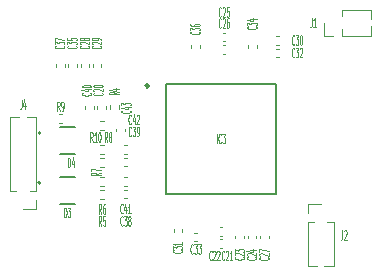
<source format=gbr>
%TF.GenerationSoftware,KiCad,Pcbnew,8.0.2-1*%
%TF.CreationDate,2024-05-16T14:53:04+09:00*%
%TF.ProjectId,eeg,6565672e-6b69-4636-9164-5f7063625858,rev?*%
%TF.SameCoordinates,Original*%
%TF.FileFunction,Legend,Top*%
%TF.FilePolarity,Positive*%
%FSLAX46Y46*%
G04 Gerber Fmt 4.6, Leading zero omitted, Abs format (unit mm)*
G04 Created by KiCad (PCBNEW 8.0.2-1) date 2024-05-16 14:53:04*
%MOMM*%
%LPD*%
G01*
G04 APERTURE LIST*
%ADD10C,0.080000*%
%ADD11C,0.120000*%
%ADD12C,0.200000*%
%ADD13C,0.250000*%
%ADD14C,0.127000*%
G04 APERTURE END LIST*
D10*
X162053333Y-107745935D02*
X162053333Y-108317363D01*
X162053333Y-108317363D02*
X162036666Y-108431649D01*
X162036666Y-108431649D02*
X162003333Y-108507840D01*
X162003333Y-108507840D02*
X161953333Y-108545935D01*
X161953333Y-108545935D02*
X161920000Y-108545935D01*
X162203333Y-107822125D02*
X162220000Y-107784030D01*
X162220000Y-107784030D02*
X162253333Y-107745935D01*
X162253333Y-107745935D02*
X162336667Y-107745935D01*
X162336667Y-107745935D02*
X162370000Y-107784030D01*
X162370000Y-107784030D02*
X162386667Y-107822125D01*
X162386667Y-107822125D02*
X162403333Y-107898316D01*
X162403333Y-107898316D02*
X162403333Y-107974506D01*
X162403333Y-107974506D02*
X162386667Y-108088792D01*
X162386667Y-108088792D02*
X162186667Y-108545935D01*
X162186667Y-108545935D02*
X162403333Y-108545935D01*
X141569744Y-92114999D02*
X141607840Y-92131666D01*
X141607840Y-92131666D02*
X141645935Y-92181666D01*
X141645935Y-92181666D02*
X141645935Y-92214999D01*
X141645935Y-92214999D02*
X141607840Y-92264999D01*
X141607840Y-92264999D02*
X141531649Y-92298333D01*
X141531649Y-92298333D02*
X141455459Y-92314999D01*
X141455459Y-92314999D02*
X141303078Y-92331666D01*
X141303078Y-92331666D02*
X141188792Y-92331666D01*
X141188792Y-92331666D02*
X141036411Y-92314999D01*
X141036411Y-92314999D02*
X140960220Y-92298333D01*
X140960220Y-92298333D02*
X140884030Y-92264999D01*
X140884030Y-92264999D02*
X140845935Y-92214999D01*
X140845935Y-92214999D02*
X140845935Y-92181666D01*
X140845935Y-92181666D02*
X140884030Y-92131666D01*
X140884030Y-92131666D02*
X140922125Y-92114999D01*
X140922125Y-91981666D02*
X140884030Y-91964999D01*
X140884030Y-91964999D02*
X140845935Y-91931666D01*
X140845935Y-91931666D02*
X140845935Y-91848333D01*
X140845935Y-91848333D02*
X140884030Y-91814999D01*
X140884030Y-91814999D02*
X140922125Y-91798333D01*
X140922125Y-91798333D02*
X140998316Y-91781666D01*
X140998316Y-91781666D02*
X141074506Y-91781666D01*
X141074506Y-91781666D02*
X141188792Y-91798333D01*
X141188792Y-91798333D02*
X141645935Y-91998333D01*
X141645935Y-91998333D02*
X141645935Y-91781666D01*
X141645935Y-91615000D02*
X141645935Y-91548333D01*
X141645935Y-91548333D02*
X141607840Y-91515000D01*
X141607840Y-91515000D02*
X141569744Y-91498333D01*
X141569744Y-91498333D02*
X141455459Y-91465000D01*
X141455459Y-91465000D02*
X141303078Y-91448333D01*
X141303078Y-91448333D02*
X140998316Y-91448333D01*
X140998316Y-91448333D02*
X140922125Y-91465000D01*
X140922125Y-91465000D02*
X140884030Y-91481666D01*
X140884030Y-91481666D02*
X140845935Y-91515000D01*
X140845935Y-91515000D02*
X140845935Y-91581666D01*
X140845935Y-91581666D02*
X140884030Y-91615000D01*
X140884030Y-91615000D02*
X140922125Y-91631666D01*
X140922125Y-91631666D02*
X140998316Y-91648333D01*
X140998316Y-91648333D02*
X141188792Y-91648333D01*
X141188792Y-91648333D02*
X141264982Y-91631666D01*
X141264982Y-91631666D02*
X141303078Y-91615000D01*
X141303078Y-91615000D02*
X141341173Y-91581666D01*
X141341173Y-91581666D02*
X141341173Y-91515000D01*
X141341173Y-91515000D02*
X141303078Y-91481666D01*
X141303078Y-91481666D02*
X141264982Y-91465000D01*
X141264982Y-91465000D02*
X141188792Y-91448333D01*
X144155000Y-98679744D02*
X144138333Y-98717840D01*
X144138333Y-98717840D02*
X144088333Y-98755935D01*
X144088333Y-98755935D02*
X144055000Y-98755935D01*
X144055000Y-98755935D02*
X144005000Y-98717840D01*
X144005000Y-98717840D02*
X143971667Y-98641649D01*
X143971667Y-98641649D02*
X143955000Y-98565459D01*
X143955000Y-98565459D02*
X143938333Y-98413078D01*
X143938333Y-98413078D02*
X143938333Y-98298792D01*
X143938333Y-98298792D02*
X143955000Y-98146411D01*
X143955000Y-98146411D02*
X143971667Y-98070220D01*
X143971667Y-98070220D02*
X144005000Y-97994030D01*
X144005000Y-97994030D02*
X144055000Y-97955935D01*
X144055000Y-97955935D02*
X144088333Y-97955935D01*
X144088333Y-97955935D02*
X144138333Y-97994030D01*
X144138333Y-97994030D02*
X144155000Y-98032125D01*
X144455000Y-98222601D02*
X144455000Y-98755935D01*
X144371667Y-97917840D02*
X144288333Y-98489268D01*
X144288333Y-98489268D02*
X144505000Y-98489268D01*
X144621666Y-98032125D02*
X144638333Y-97994030D01*
X144638333Y-97994030D02*
X144671666Y-97955935D01*
X144671666Y-97955935D02*
X144755000Y-97955935D01*
X144755000Y-97955935D02*
X144788333Y-97994030D01*
X144788333Y-97994030D02*
X144805000Y-98032125D01*
X144805000Y-98032125D02*
X144821666Y-98108316D01*
X144821666Y-98108316D02*
X144821666Y-98184506D01*
X144821666Y-98184506D02*
X144805000Y-98298792D01*
X144805000Y-98298792D02*
X144605000Y-98755935D01*
X144605000Y-98755935D02*
X144821666Y-98755935D01*
X139479744Y-92114999D02*
X139517840Y-92131666D01*
X139517840Y-92131666D02*
X139555935Y-92181666D01*
X139555935Y-92181666D02*
X139555935Y-92214999D01*
X139555935Y-92214999D02*
X139517840Y-92264999D01*
X139517840Y-92264999D02*
X139441649Y-92298333D01*
X139441649Y-92298333D02*
X139365459Y-92314999D01*
X139365459Y-92314999D02*
X139213078Y-92331666D01*
X139213078Y-92331666D02*
X139098792Y-92331666D01*
X139098792Y-92331666D02*
X138946411Y-92314999D01*
X138946411Y-92314999D02*
X138870220Y-92298333D01*
X138870220Y-92298333D02*
X138794030Y-92264999D01*
X138794030Y-92264999D02*
X138755935Y-92214999D01*
X138755935Y-92214999D02*
X138755935Y-92181666D01*
X138755935Y-92181666D02*
X138794030Y-92131666D01*
X138794030Y-92131666D02*
X138832125Y-92114999D01*
X138755935Y-91998333D02*
X138755935Y-91781666D01*
X138755935Y-91781666D02*
X139060697Y-91898333D01*
X139060697Y-91898333D02*
X139060697Y-91848333D01*
X139060697Y-91848333D02*
X139098792Y-91814999D01*
X139098792Y-91814999D02*
X139136887Y-91798333D01*
X139136887Y-91798333D02*
X139213078Y-91781666D01*
X139213078Y-91781666D02*
X139403554Y-91781666D01*
X139403554Y-91781666D02*
X139479744Y-91798333D01*
X139479744Y-91798333D02*
X139517840Y-91814999D01*
X139517840Y-91814999D02*
X139555935Y-91848333D01*
X139555935Y-91848333D02*
X139555935Y-91948333D01*
X139555935Y-91948333D02*
X139517840Y-91981666D01*
X139517840Y-91981666D02*
X139479744Y-91998333D01*
X138755935Y-91465000D02*
X138755935Y-91631666D01*
X138755935Y-91631666D02*
X139136887Y-91648333D01*
X139136887Y-91648333D02*
X139098792Y-91631666D01*
X139098792Y-91631666D02*
X139060697Y-91598333D01*
X139060697Y-91598333D02*
X139060697Y-91515000D01*
X139060697Y-91515000D02*
X139098792Y-91481666D01*
X139098792Y-91481666D02*
X139136887Y-91465000D01*
X139136887Y-91465000D02*
X139213078Y-91448333D01*
X139213078Y-91448333D02*
X139403554Y-91448333D01*
X139403554Y-91448333D02*
X139479744Y-91465000D01*
X139479744Y-91465000D02*
X139517840Y-91481666D01*
X139517840Y-91481666D02*
X139555935Y-91515000D01*
X139555935Y-91515000D02*
X139555935Y-91598333D01*
X139555935Y-91598333D02*
X139517840Y-91631666D01*
X139517840Y-91631666D02*
X139479744Y-91648333D01*
X144059744Y-97604999D02*
X144097840Y-97621666D01*
X144097840Y-97621666D02*
X144135935Y-97671666D01*
X144135935Y-97671666D02*
X144135935Y-97704999D01*
X144135935Y-97704999D02*
X144097840Y-97754999D01*
X144097840Y-97754999D02*
X144021649Y-97788333D01*
X144021649Y-97788333D02*
X143945459Y-97804999D01*
X143945459Y-97804999D02*
X143793078Y-97821666D01*
X143793078Y-97821666D02*
X143678792Y-97821666D01*
X143678792Y-97821666D02*
X143526411Y-97804999D01*
X143526411Y-97804999D02*
X143450220Y-97788333D01*
X143450220Y-97788333D02*
X143374030Y-97754999D01*
X143374030Y-97754999D02*
X143335935Y-97704999D01*
X143335935Y-97704999D02*
X143335935Y-97671666D01*
X143335935Y-97671666D02*
X143374030Y-97621666D01*
X143374030Y-97621666D02*
X143412125Y-97604999D01*
X143602601Y-97304999D02*
X144135935Y-97304999D01*
X143297840Y-97388333D02*
X143869268Y-97471666D01*
X143869268Y-97471666D02*
X143869268Y-97254999D01*
X143335935Y-97155000D02*
X143335935Y-96938333D01*
X143335935Y-96938333D02*
X143640697Y-97055000D01*
X143640697Y-97055000D02*
X143640697Y-97005000D01*
X143640697Y-97005000D02*
X143678792Y-96971666D01*
X143678792Y-96971666D02*
X143716887Y-96955000D01*
X143716887Y-96955000D02*
X143793078Y-96938333D01*
X143793078Y-96938333D02*
X143983554Y-96938333D01*
X143983554Y-96938333D02*
X144059744Y-96955000D01*
X144059744Y-96955000D02*
X144097840Y-96971666D01*
X144097840Y-96971666D02*
X144135935Y-97005000D01*
X144135935Y-97005000D02*
X144135935Y-97105000D01*
X144135935Y-97105000D02*
X144097840Y-97138333D01*
X144097840Y-97138333D02*
X144059744Y-97155000D01*
X157985000Y-91959744D02*
X157968333Y-91997840D01*
X157968333Y-91997840D02*
X157918333Y-92035935D01*
X157918333Y-92035935D02*
X157885000Y-92035935D01*
X157885000Y-92035935D02*
X157835000Y-91997840D01*
X157835000Y-91997840D02*
X157801667Y-91921649D01*
X157801667Y-91921649D02*
X157785000Y-91845459D01*
X157785000Y-91845459D02*
X157768333Y-91693078D01*
X157768333Y-91693078D02*
X157768333Y-91578792D01*
X157768333Y-91578792D02*
X157785000Y-91426411D01*
X157785000Y-91426411D02*
X157801667Y-91350220D01*
X157801667Y-91350220D02*
X157835000Y-91274030D01*
X157835000Y-91274030D02*
X157885000Y-91235935D01*
X157885000Y-91235935D02*
X157918333Y-91235935D01*
X157918333Y-91235935D02*
X157968333Y-91274030D01*
X157968333Y-91274030D02*
X157985000Y-91312125D01*
X158101667Y-91235935D02*
X158318333Y-91235935D01*
X158318333Y-91235935D02*
X158201667Y-91540697D01*
X158201667Y-91540697D02*
X158251667Y-91540697D01*
X158251667Y-91540697D02*
X158285000Y-91578792D01*
X158285000Y-91578792D02*
X158301667Y-91616887D01*
X158301667Y-91616887D02*
X158318333Y-91693078D01*
X158318333Y-91693078D02*
X158318333Y-91883554D01*
X158318333Y-91883554D02*
X158301667Y-91959744D01*
X158301667Y-91959744D02*
X158285000Y-91997840D01*
X158285000Y-91997840D02*
X158251667Y-92035935D01*
X158251667Y-92035935D02*
X158151667Y-92035935D01*
X158151667Y-92035935D02*
X158118333Y-91997840D01*
X158118333Y-91997840D02*
X158101667Y-91959744D01*
X158535000Y-91235935D02*
X158568333Y-91235935D01*
X158568333Y-91235935D02*
X158601666Y-91274030D01*
X158601666Y-91274030D02*
X158618333Y-91312125D01*
X158618333Y-91312125D02*
X158635000Y-91388316D01*
X158635000Y-91388316D02*
X158651666Y-91540697D01*
X158651666Y-91540697D02*
X158651666Y-91731173D01*
X158651666Y-91731173D02*
X158635000Y-91883554D01*
X158635000Y-91883554D02*
X158618333Y-91959744D01*
X158618333Y-91959744D02*
X158601666Y-91997840D01*
X158601666Y-91997840D02*
X158568333Y-92035935D01*
X158568333Y-92035935D02*
X158535000Y-92035935D01*
X158535000Y-92035935D02*
X158501666Y-91997840D01*
X158501666Y-91997840D02*
X158485000Y-91959744D01*
X158485000Y-91959744D02*
X158468333Y-91883554D01*
X158468333Y-91883554D02*
X158451666Y-91731173D01*
X158451666Y-91731173D02*
X158451666Y-91540697D01*
X158451666Y-91540697D02*
X158468333Y-91388316D01*
X158468333Y-91388316D02*
X158485000Y-91312125D01*
X158485000Y-91312125D02*
X158501666Y-91274030D01*
X158501666Y-91274030D02*
X158535000Y-91235935D01*
X141651667Y-106315935D02*
X141535000Y-105934982D01*
X141451667Y-106315935D02*
X141451667Y-105515935D01*
X141451667Y-105515935D02*
X141585000Y-105515935D01*
X141585000Y-105515935D02*
X141618334Y-105554030D01*
X141618334Y-105554030D02*
X141635000Y-105592125D01*
X141635000Y-105592125D02*
X141651667Y-105668316D01*
X141651667Y-105668316D02*
X141651667Y-105782601D01*
X141651667Y-105782601D02*
X141635000Y-105858792D01*
X141635000Y-105858792D02*
X141618334Y-105896887D01*
X141618334Y-105896887D02*
X141585000Y-105934982D01*
X141585000Y-105934982D02*
X141451667Y-105934982D01*
X141951667Y-105515935D02*
X141885000Y-105515935D01*
X141885000Y-105515935D02*
X141851667Y-105554030D01*
X141851667Y-105554030D02*
X141835000Y-105592125D01*
X141835000Y-105592125D02*
X141801667Y-105706411D01*
X141801667Y-105706411D02*
X141785000Y-105858792D01*
X141785000Y-105858792D02*
X141785000Y-106163554D01*
X141785000Y-106163554D02*
X141801667Y-106239744D01*
X141801667Y-106239744D02*
X141818334Y-106277840D01*
X141818334Y-106277840D02*
X141851667Y-106315935D01*
X141851667Y-106315935D02*
X141918334Y-106315935D01*
X141918334Y-106315935D02*
X141951667Y-106277840D01*
X141951667Y-106277840D02*
X141968334Y-106239744D01*
X141968334Y-106239744D02*
X141985000Y-106163554D01*
X141985000Y-106163554D02*
X141985000Y-105973078D01*
X141985000Y-105973078D02*
X141968334Y-105896887D01*
X141968334Y-105896887D02*
X141951667Y-105858792D01*
X141951667Y-105858792D02*
X141918334Y-105820697D01*
X141918334Y-105820697D02*
X141851667Y-105820697D01*
X141851667Y-105820697D02*
X141818334Y-105858792D01*
X141818334Y-105858792D02*
X141801667Y-105896887D01*
X141801667Y-105896887D02*
X141785000Y-105973078D01*
X159453333Y-89725935D02*
X159453333Y-90297363D01*
X159453333Y-90297363D02*
X159436666Y-90411649D01*
X159436666Y-90411649D02*
X159403333Y-90487840D01*
X159403333Y-90487840D02*
X159353333Y-90525935D01*
X159353333Y-90525935D02*
X159320000Y-90525935D01*
X159803333Y-90525935D02*
X159603333Y-90525935D01*
X159703333Y-90525935D02*
X159703333Y-89725935D01*
X159703333Y-89725935D02*
X159670000Y-89840220D01*
X159670000Y-89840220D02*
X159636667Y-89916411D01*
X159636667Y-89916411D02*
X159603333Y-89954506D01*
X140915000Y-100235935D02*
X140798333Y-99854982D01*
X140715000Y-100235935D02*
X140715000Y-99435935D01*
X140715000Y-99435935D02*
X140848333Y-99435935D01*
X140848333Y-99435935D02*
X140881667Y-99474030D01*
X140881667Y-99474030D02*
X140898333Y-99512125D01*
X140898333Y-99512125D02*
X140915000Y-99588316D01*
X140915000Y-99588316D02*
X140915000Y-99702601D01*
X140915000Y-99702601D02*
X140898333Y-99778792D01*
X140898333Y-99778792D02*
X140881667Y-99816887D01*
X140881667Y-99816887D02*
X140848333Y-99854982D01*
X140848333Y-99854982D02*
X140715000Y-99854982D01*
X141248333Y-100235935D02*
X141048333Y-100235935D01*
X141148333Y-100235935D02*
X141148333Y-99435935D01*
X141148333Y-99435935D02*
X141115000Y-99550220D01*
X141115000Y-99550220D02*
X141081667Y-99626411D01*
X141081667Y-99626411D02*
X141048333Y-99664506D01*
X141465000Y-99435935D02*
X141498333Y-99435935D01*
X141498333Y-99435935D02*
X141531666Y-99474030D01*
X141531666Y-99474030D02*
X141548333Y-99512125D01*
X141548333Y-99512125D02*
X141565000Y-99588316D01*
X141565000Y-99588316D02*
X141581666Y-99740697D01*
X141581666Y-99740697D02*
X141581666Y-99931173D01*
X141581666Y-99931173D02*
X141565000Y-100083554D01*
X141565000Y-100083554D02*
X141548333Y-100159744D01*
X141548333Y-100159744D02*
X141531666Y-100197840D01*
X141531666Y-100197840D02*
X141498333Y-100235935D01*
X141498333Y-100235935D02*
X141465000Y-100235935D01*
X141465000Y-100235935D02*
X141431666Y-100197840D01*
X141431666Y-100197840D02*
X141415000Y-100159744D01*
X141415000Y-100159744D02*
X141398333Y-100083554D01*
X141398333Y-100083554D02*
X141381666Y-99931173D01*
X141381666Y-99931173D02*
X141381666Y-99740697D01*
X141381666Y-99740697D02*
X141398333Y-99588316D01*
X141398333Y-99588316D02*
X141415000Y-99512125D01*
X141415000Y-99512125D02*
X141431666Y-99474030D01*
X141431666Y-99474030D02*
X141465000Y-99435935D01*
X152065000Y-110179744D02*
X152048333Y-110217840D01*
X152048333Y-110217840D02*
X151998333Y-110255935D01*
X151998333Y-110255935D02*
X151965000Y-110255935D01*
X151965000Y-110255935D02*
X151915000Y-110217840D01*
X151915000Y-110217840D02*
X151881667Y-110141649D01*
X151881667Y-110141649D02*
X151865000Y-110065459D01*
X151865000Y-110065459D02*
X151848333Y-109913078D01*
X151848333Y-109913078D02*
X151848333Y-109798792D01*
X151848333Y-109798792D02*
X151865000Y-109646411D01*
X151865000Y-109646411D02*
X151881667Y-109570220D01*
X151881667Y-109570220D02*
X151915000Y-109494030D01*
X151915000Y-109494030D02*
X151965000Y-109455935D01*
X151965000Y-109455935D02*
X151998333Y-109455935D01*
X151998333Y-109455935D02*
X152048333Y-109494030D01*
X152048333Y-109494030D02*
X152065000Y-109532125D01*
X152198333Y-109532125D02*
X152215000Y-109494030D01*
X152215000Y-109494030D02*
X152248333Y-109455935D01*
X152248333Y-109455935D02*
X152331667Y-109455935D01*
X152331667Y-109455935D02*
X152365000Y-109494030D01*
X152365000Y-109494030D02*
X152381667Y-109532125D01*
X152381667Y-109532125D02*
X152398333Y-109608316D01*
X152398333Y-109608316D02*
X152398333Y-109684506D01*
X152398333Y-109684506D02*
X152381667Y-109798792D01*
X152381667Y-109798792D02*
X152181667Y-110255935D01*
X152181667Y-110255935D02*
X152398333Y-110255935D01*
X152731666Y-110255935D02*
X152531666Y-110255935D01*
X152631666Y-110255935D02*
X152631666Y-109455935D01*
X152631666Y-109455935D02*
X152598333Y-109570220D01*
X152598333Y-109570220D02*
X152565000Y-109646411D01*
X152565000Y-109646411D02*
X152531666Y-109684506D01*
X151408333Y-100365935D02*
X151408333Y-99565935D01*
X151775000Y-100289744D02*
X151758333Y-100327840D01*
X151758333Y-100327840D02*
X151708333Y-100365935D01*
X151708333Y-100365935D02*
X151675000Y-100365935D01*
X151675000Y-100365935D02*
X151625000Y-100327840D01*
X151625000Y-100327840D02*
X151591667Y-100251649D01*
X151591667Y-100251649D02*
X151575000Y-100175459D01*
X151575000Y-100175459D02*
X151558333Y-100023078D01*
X151558333Y-100023078D02*
X151558333Y-99908792D01*
X151558333Y-99908792D02*
X151575000Y-99756411D01*
X151575000Y-99756411D02*
X151591667Y-99680220D01*
X151591667Y-99680220D02*
X151625000Y-99604030D01*
X151625000Y-99604030D02*
X151675000Y-99565935D01*
X151675000Y-99565935D02*
X151708333Y-99565935D01*
X151708333Y-99565935D02*
X151758333Y-99604030D01*
X151758333Y-99604030D02*
X151775000Y-99642125D01*
X151891667Y-99565935D02*
X152108333Y-99565935D01*
X152108333Y-99565935D02*
X151991667Y-99870697D01*
X151991667Y-99870697D02*
X152041667Y-99870697D01*
X152041667Y-99870697D02*
X152075000Y-99908792D01*
X152075000Y-99908792D02*
X152091667Y-99946887D01*
X152091667Y-99946887D02*
X152108333Y-100023078D01*
X152108333Y-100023078D02*
X152108333Y-100213554D01*
X152108333Y-100213554D02*
X152091667Y-100289744D01*
X152091667Y-100289744D02*
X152075000Y-100327840D01*
X152075000Y-100327840D02*
X152041667Y-100365935D01*
X152041667Y-100365935D02*
X151941667Y-100365935D01*
X151941667Y-100365935D02*
X151908333Y-100327840D01*
X151908333Y-100327840D02*
X151891667Y-100289744D01*
X140529744Y-92114999D02*
X140567840Y-92131666D01*
X140567840Y-92131666D02*
X140605935Y-92181666D01*
X140605935Y-92181666D02*
X140605935Y-92214999D01*
X140605935Y-92214999D02*
X140567840Y-92264999D01*
X140567840Y-92264999D02*
X140491649Y-92298333D01*
X140491649Y-92298333D02*
X140415459Y-92314999D01*
X140415459Y-92314999D02*
X140263078Y-92331666D01*
X140263078Y-92331666D02*
X140148792Y-92331666D01*
X140148792Y-92331666D02*
X139996411Y-92314999D01*
X139996411Y-92314999D02*
X139920220Y-92298333D01*
X139920220Y-92298333D02*
X139844030Y-92264999D01*
X139844030Y-92264999D02*
X139805935Y-92214999D01*
X139805935Y-92214999D02*
X139805935Y-92181666D01*
X139805935Y-92181666D02*
X139844030Y-92131666D01*
X139844030Y-92131666D02*
X139882125Y-92114999D01*
X139882125Y-91981666D02*
X139844030Y-91964999D01*
X139844030Y-91964999D02*
X139805935Y-91931666D01*
X139805935Y-91931666D02*
X139805935Y-91848333D01*
X139805935Y-91848333D02*
X139844030Y-91814999D01*
X139844030Y-91814999D02*
X139882125Y-91798333D01*
X139882125Y-91798333D02*
X139958316Y-91781666D01*
X139958316Y-91781666D02*
X140034506Y-91781666D01*
X140034506Y-91781666D02*
X140148792Y-91798333D01*
X140148792Y-91798333D02*
X140605935Y-91998333D01*
X140605935Y-91998333D02*
X140605935Y-91781666D01*
X140148792Y-91581666D02*
X140110697Y-91615000D01*
X140110697Y-91615000D02*
X140072601Y-91631666D01*
X140072601Y-91631666D02*
X139996411Y-91648333D01*
X139996411Y-91648333D02*
X139958316Y-91648333D01*
X139958316Y-91648333D02*
X139882125Y-91631666D01*
X139882125Y-91631666D02*
X139844030Y-91615000D01*
X139844030Y-91615000D02*
X139805935Y-91581666D01*
X139805935Y-91581666D02*
X139805935Y-91515000D01*
X139805935Y-91515000D02*
X139844030Y-91481666D01*
X139844030Y-91481666D02*
X139882125Y-91465000D01*
X139882125Y-91465000D02*
X139958316Y-91448333D01*
X139958316Y-91448333D02*
X139996411Y-91448333D01*
X139996411Y-91448333D02*
X140072601Y-91465000D01*
X140072601Y-91465000D02*
X140110697Y-91481666D01*
X140110697Y-91481666D02*
X140148792Y-91515000D01*
X140148792Y-91515000D02*
X140148792Y-91581666D01*
X140148792Y-91581666D02*
X140186887Y-91615000D01*
X140186887Y-91615000D02*
X140224982Y-91631666D01*
X140224982Y-91631666D02*
X140301173Y-91648333D01*
X140301173Y-91648333D02*
X140453554Y-91648333D01*
X140453554Y-91648333D02*
X140529744Y-91631666D01*
X140529744Y-91631666D02*
X140567840Y-91615000D01*
X140567840Y-91615000D02*
X140605935Y-91581666D01*
X140605935Y-91581666D02*
X140605935Y-91515000D01*
X140605935Y-91515000D02*
X140567840Y-91481666D01*
X140567840Y-91481666D02*
X140529744Y-91465000D01*
X140529744Y-91465000D02*
X140453554Y-91448333D01*
X140453554Y-91448333D02*
X140301173Y-91448333D01*
X140301173Y-91448333D02*
X140224982Y-91465000D01*
X140224982Y-91465000D02*
X140186887Y-91481666D01*
X140186887Y-91481666D02*
X140148792Y-91515000D01*
X149405000Y-109639744D02*
X149388333Y-109677840D01*
X149388333Y-109677840D02*
X149338333Y-109715935D01*
X149338333Y-109715935D02*
X149305000Y-109715935D01*
X149305000Y-109715935D02*
X149255000Y-109677840D01*
X149255000Y-109677840D02*
X149221667Y-109601649D01*
X149221667Y-109601649D02*
X149205000Y-109525459D01*
X149205000Y-109525459D02*
X149188333Y-109373078D01*
X149188333Y-109373078D02*
X149188333Y-109258792D01*
X149188333Y-109258792D02*
X149205000Y-109106411D01*
X149205000Y-109106411D02*
X149221667Y-109030220D01*
X149221667Y-109030220D02*
X149255000Y-108954030D01*
X149255000Y-108954030D02*
X149305000Y-108915935D01*
X149305000Y-108915935D02*
X149338333Y-108915935D01*
X149338333Y-108915935D02*
X149388333Y-108954030D01*
X149388333Y-108954030D02*
X149405000Y-108992125D01*
X149521667Y-108915935D02*
X149738333Y-108915935D01*
X149738333Y-108915935D02*
X149621667Y-109220697D01*
X149621667Y-109220697D02*
X149671667Y-109220697D01*
X149671667Y-109220697D02*
X149705000Y-109258792D01*
X149705000Y-109258792D02*
X149721667Y-109296887D01*
X149721667Y-109296887D02*
X149738333Y-109373078D01*
X149738333Y-109373078D02*
X149738333Y-109563554D01*
X149738333Y-109563554D02*
X149721667Y-109639744D01*
X149721667Y-109639744D02*
X149705000Y-109677840D01*
X149705000Y-109677840D02*
X149671667Y-109715935D01*
X149671667Y-109715935D02*
X149571667Y-109715935D01*
X149571667Y-109715935D02*
X149538333Y-109677840D01*
X149538333Y-109677840D02*
X149521667Y-109639744D01*
X149855000Y-108915935D02*
X150071666Y-108915935D01*
X150071666Y-108915935D02*
X149955000Y-109220697D01*
X149955000Y-109220697D02*
X150005000Y-109220697D01*
X150005000Y-109220697D02*
X150038333Y-109258792D01*
X150038333Y-109258792D02*
X150055000Y-109296887D01*
X150055000Y-109296887D02*
X150071666Y-109373078D01*
X150071666Y-109373078D02*
X150071666Y-109563554D01*
X150071666Y-109563554D02*
X150055000Y-109639744D01*
X150055000Y-109639744D02*
X150038333Y-109677840D01*
X150038333Y-109677840D02*
X150005000Y-109715935D01*
X150005000Y-109715935D02*
X149905000Y-109715935D01*
X149905000Y-109715935D02*
X149871666Y-109677840D01*
X149871666Y-109677840D02*
X149855000Y-109639744D01*
X143125935Y-96028332D02*
X142744982Y-96144999D01*
X143125935Y-96228332D02*
X142325935Y-96228332D01*
X142325935Y-96228332D02*
X142325935Y-96094999D01*
X142325935Y-96094999D02*
X142364030Y-96061666D01*
X142364030Y-96061666D02*
X142402125Y-96044999D01*
X142402125Y-96044999D02*
X142478316Y-96028332D01*
X142478316Y-96028332D02*
X142592601Y-96028332D01*
X142592601Y-96028332D02*
X142668792Y-96044999D01*
X142668792Y-96044999D02*
X142706887Y-96061666D01*
X142706887Y-96061666D02*
X142744982Y-96094999D01*
X142744982Y-96094999D02*
X142744982Y-96228332D01*
X142592601Y-95728332D02*
X143125935Y-95728332D01*
X142287840Y-95811666D02*
X142859268Y-95894999D01*
X142859268Y-95894999D02*
X142859268Y-95678332D01*
X142161667Y-100245935D02*
X142045000Y-99864982D01*
X141961667Y-100245935D02*
X141961667Y-99445935D01*
X141961667Y-99445935D02*
X142095000Y-99445935D01*
X142095000Y-99445935D02*
X142128334Y-99484030D01*
X142128334Y-99484030D02*
X142145000Y-99522125D01*
X142145000Y-99522125D02*
X142161667Y-99598316D01*
X142161667Y-99598316D02*
X142161667Y-99712601D01*
X142161667Y-99712601D02*
X142145000Y-99788792D01*
X142145000Y-99788792D02*
X142128334Y-99826887D01*
X142128334Y-99826887D02*
X142095000Y-99864982D01*
X142095000Y-99864982D02*
X141961667Y-99864982D01*
X142361667Y-99788792D02*
X142328334Y-99750697D01*
X142328334Y-99750697D02*
X142311667Y-99712601D01*
X142311667Y-99712601D02*
X142295000Y-99636411D01*
X142295000Y-99636411D02*
X142295000Y-99598316D01*
X142295000Y-99598316D02*
X142311667Y-99522125D01*
X142311667Y-99522125D02*
X142328334Y-99484030D01*
X142328334Y-99484030D02*
X142361667Y-99445935D01*
X142361667Y-99445935D02*
X142428334Y-99445935D01*
X142428334Y-99445935D02*
X142461667Y-99484030D01*
X142461667Y-99484030D02*
X142478334Y-99522125D01*
X142478334Y-99522125D02*
X142495000Y-99598316D01*
X142495000Y-99598316D02*
X142495000Y-99636411D01*
X142495000Y-99636411D02*
X142478334Y-99712601D01*
X142478334Y-99712601D02*
X142461667Y-99750697D01*
X142461667Y-99750697D02*
X142428334Y-99788792D01*
X142428334Y-99788792D02*
X142361667Y-99788792D01*
X142361667Y-99788792D02*
X142328334Y-99826887D01*
X142328334Y-99826887D02*
X142311667Y-99864982D01*
X142311667Y-99864982D02*
X142295000Y-99941173D01*
X142295000Y-99941173D02*
X142295000Y-100093554D01*
X142295000Y-100093554D02*
X142311667Y-100169744D01*
X142311667Y-100169744D02*
X142328334Y-100207840D01*
X142328334Y-100207840D02*
X142361667Y-100245935D01*
X142361667Y-100245935D02*
X142428334Y-100245935D01*
X142428334Y-100245935D02*
X142461667Y-100207840D01*
X142461667Y-100207840D02*
X142478334Y-100169744D01*
X142478334Y-100169744D02*
X142495000Y-100093554D01*
X142495000Y-100093554D02*
X142495000Y-99941173D01*
X142495000Y-99941173D02*
X142478334Y-99864982D01*
X142478334Y-99864982D02*
X142461667Y-99826887D01*
X142461667Y-99826887D02*
X142428334Y-99788792D01*
X151785000Y-89559744D02*
X151768333Y-89597840D01*
X151768333Y-89597840D02*
X151718333Y-89635935D01*
X151718333Y-89635935D02*
X151685000Y-89635935D01*
X151685000Y-89635935D02*
X151635000Y-89597840D01*
X151635000Y-89597840D02*
X151601667Y-89521649D01*
X151601667Y-89521649D02*
X151585000Y-89445459D01*
X151585000Y-89445459D02*
X151568333Y-89293078D01*
X151568333Y-89293078D02*
X151568333Y-89178792D01*
X151568333Y-89178792D02*
X151585000Y-89026411D01*
X151585000Y-89026411D02*
X151601667Y-88950220D01*
X151601667Y-88950220D02*
X151635000Y-88874030D01*
X151635000Y-88874030D02*
X151685000Y-88835935D01*
X151685000Y-88835935D02*
X151718333Y-88835935D01*
X151718333Y-88835935D02*
X151768333Y-88874030D01*
X151768333Y-88874030D02*
X151785000Y-88912125D01*
X151918333Y-88912125D02*
X151935000Y-88874030D01*
X151935000Y-88874030D02*
X151968333Y-88835935D01*
X151968333Y-88835935D02*
X152051667Y-88835935D01*
X152051667Y-88835935D02*
X152085000Y-88874030D01*
X152085000Y-88874030D02*
X152101667Y-88912125D01*
X152101667Y-88912125D02*
X152118333Y-88988316D01*
X152118333Y-88988316D02*
X152118333Y-89064506D01*
X152118333Y-89064506D02*
X152101667Y-89178792D01*
X152101667Y-89178792D02*
X151901667Y-89635935D01*
X151901667Y-89635935D02*
X152118333Y-89635935D01*
X152435000Y-88835935D02*
X152268333Y-88835935D01*
X152268333Y-88835935D02*
X152251666Y-89216887D01*
X152251666Y-89216887D02*
X152268333Y-89178792D01*
X152268333Y-89178792D02*
X152301666Y-89140697D01*
X152301666Y-89140697D02*
X152385000Y-89140697D01*
X152385000Y-89140697D02*
X152418333Y-89178792D01*
X152418333Y-89178792D02*
X152435000Y-89216887D01*
X152435000Y-89216887D02*
X152451666Y-89293078D01*
X152451666Y-89293078D02*
X152451666Y-89483554D01*
X152451666Y-89483554D02*
X152435000Y-89559744D01*
X152435000Y-89559744D02*
X152418333Y-89597840D01*
X152418333Y-89597840D02*
X152385000Y-89635935D01*
X152385000Y-89635935D02*
X152301666Y-89635935D01*
X152301666Y-89635935D02*
X152268333Y-89597840D01*
X152268333Y-89597840D02*
X152251666Y-89559744D01*
X153639744Y-109994999D02*
X153677840Y-110011666D01*
X153677840Y-110011666D02*
X153715935Y-110061666D01*
X153715935Y-110061666D02*
X153715935Y-110094999D01*
X153715935Y-110094999D02*
X153677840Y-110144999D01*
X153677840Y-110144999D02*
X153601649Y-110178333D01*
X153601649Y-110178333D02*
X153525459Y-110194999D01*
X153525459Y-110194999D02*
X153373078Y-110211666D01*
X153373078Y-110211666D02*
X153258792Y-110211666D01*
X153258792Y-110211666D02*
X153106411Y-110194999D01*
X153106411Y-110194999D02*
X153030220Y-110178333D01*
X153030220Y-110178333D02*
X152954030Y-110144999D01*
X152954030Y-110144999D02*
X152915935Y-110094999D01*
X152915935Y-110094999D02*
X152915935Y-110061666D01*
X152915935Y-110061666D02*
X152954030Y-110011666D01*
X152954030Y-110011666D02*
X152992125Y-109994999D01*
X152992125Y-109861666D02*
X152954030Y-109844999D01*
X152954030Y-109844999D02*
X152915935Y-109811666D01*
X152915935Y-109811666D02*
X152915935Y-109728333D01*
X152915935Y-109728333D02*
X152954030Y-109694999D01*
X152954030Y-109694999D02*
X152992125Y-109678333D01*
X152992125Y-109678333D02*
X153068316Y-109661666D01*
X153068316Y-109661666D02*
X153144506Y-109661666D01*
X153144506Y-109661666D02*
X153258792Y-109678333D01*
X153258792Y-109678333D02*
X153715935Y-109878333D01*
X153715935Y-109878333D02*
X153715935Y-109661666D01*
X152915935Y-109545000D02*
X152915935Y-109328333D01*
X152915935Y-109328333D02*
X153220697Y-109445000D01*
X153220697Y-109445000D02*
X153220697Y-109395000D01*
X153220697Y-109395000D02*
X153258792Y-109361666D01*
X153258792Y-109361666D02*
X153296887Y-109345000D01*
X153296887Y-109345000D02*
X153373078Y-109328333D01*
X153373078Y-109328333D02*
X153563554Y-109328333D01*
X153563554Y-109328333D02*
X153639744Y-109345000D01*
X153639744Y-109345000D02*
X153677840Y-109361666D01*
X153677840Y-109361666D02*
X153715935Y-109395000D01*
X153715935Y-109395000D02*
X153715935Y-109495000D01*
X153715935Y-109495000D02*
X153677840Y-109528333D01*
X153677840Y-109528333D02*
X153639744Y-109545000D01*
X141605935Y-102848332D02*
X141224982Y-102964999D01*
X141605935Y-103048332D02*
X140805935Y-103048332D01*
X140805935Y-103048332D02*
X140805935Y-102914999D01*
X140805935Y-102914999D02*
X140844030Y-102881666D01*
X140844030Y-102881666D02*
X140882125Y-102864999D01*
X140882125Y-102864999D02*
X140958316Y-102848332D01*
X140958316Y-102848332D02*
X141072601Y-102848332D01*
X141072601Y-102848332D02*
X141148792Y-102864999D01*
X141148792Y-102864999D02*
X141186887Y-102881666D01*
X141186887Y-102881666D02*
X141224982Y-102914999D01*
X141224982Y-102914999D02*
X141224982Y-103048332D01*
X140805935Y-102731666D02*
X140805935Y-102498332D01*
X140805935Y-102498332D02*
X141605935Y-102648332D01*
X155729744Y-110024999D02*
X155767840Y-110041666D01*
X155767840Y-110041666D02*
X155805935Y-110091666D01*
X155805935Y-110091666D02*
X155805935Y-110124999D01*
X155805935Y-110124999D02*
X155767840Y-110174999D01*
X155767840Y-110174999D02*
X155691649Y-110208333D01*
X155691649Y-110208333D02*
X155615459Y-110224999D01*
X155615459Y-110224999D02*
X155463078Y-110241666D01*
X155463078Y-110241666D02*
X155348792Y-110241666D01*
X155348792Y-110241666D02*
X155196411Y-110224999D01*
X155196411Y-110224999D02*
X155120220Y-110208333D01*
X155120220Y-110208333D02*
X155044030Y-110174999D01*
X155044030Y-110174999D02*
X155005935Y-110124999D01*
X155005935Y-110124999D02*
X155005935Y-110091666D01*
X155005935Y-110091666D02*
X155044030Y-110041666D01*
X155044030Y-110041666D02*
X155082125Y-110024999D01*
X155082125Y-109891666D02*
X155044030Y-109874999D01*
X155044030Y-109874999D02*
X155005935Y-109841666D01*
X155005935Y-109841666D02*
X155005935Y-109758333D01*
X155005935Y-109758333D02*
X155044030Y-109724999D01*
X155044030Y-109724999D02*
X155082125Y-109708333D01*
X155082125Y-109708333D02*
X155158316Y-109691666D01*
X155158316Y-109691666D02*
X155234506Y-109691666D01*
X155234506Y-109691666D02*
X155348792Y-109708333D01*
X155348792Y-109708333D02*
X155805935Y-109908333D01*
X155805935Y-109908333D02*
X155805935Y-109691666D01*
X155005935Y-109575000D02*
X155005935Y-109341666D01*
X155005935Y-109341666D02*
X155805935Y-109491666D01*
X141699744Y-96094999D02*
X141737840Y-96111666D01*
X141737840Y-96111666D02*
X141775935Y-96161666D01*
X141775935Y-96161666D02*
X141775935Y-96194999D01*
X141775935Y-96194999D02*
X141737840Y-96244999D01*
X141737840Y-96244999D02*
X141661649Y-96278333D01*
X141661649Y-96278333D02*
X141585459Y-96294999D01*
X141585459Y-96294999D02*
X141433078Y-96311666D01*
X141433078Y-96311666D02*
X141318792Y-96311666D01*
X141318792Y-96311666D02*
X141166411Y-96294999D01*
X141166411Y-96294999D02*
X141090220Y-96278333D01*
X141090220Y-96278333D02*
X141014030Y-96244999D01*
X141014030Y-96244999D02*
X140975935Y-96194999D01*
X140975935Y-96194999D02*
X140975935Y-96161666D01*
X140975935Y-96161666D02*
X141014030Y-96111666D01*
X141014030Y-96111666D02*
X141052125Y-96094999D01*
X141052125Y-95961666D02*
X141014030Y-95944999D01*
X141014030Y-95944999D02*
X140975935Y-95911666D01*
X140975935Y-95911666D02*
X140975935Y-95828333D01*
X140975935Y-95828333D02*
X141014030Y-95794999D01*
X141014030Y-95794999D02*
X141052125Y-95778333D01*
X141052125Y-95778333D02*
X141128316Y-95761666D01*
X141128316Y-95761666D02*
X141204506Y-95761666D01*
X141204506Y-95761666D02*
X141318792Y-95778333D01*
X141318792Y-95778333D02*
X141775935Y-95978333D01*
X141775935Y-95978333D02*
X141775935Y-95761666D01*
X140975935Y-95545000D02*
X140975935Y-95511666D01*
X140975935Y-95511666D02*
X141014030Y-95478333D01*
X141014030Y-95478333D02*
X141052125Y-95461666D01*
X141052125Y-95461666D02*
X141128316Y-95445000D01*
X141128316Y-95445000D02*
X141280697Y-95428333D01*
X141280697Y-95428333D02*
X141471173Y-95428333D01*
X141471173Y-95428333D02*
X141623554Y-95445000D01*
X141623554Y-95445000D02*
X141699744Y-95461666D01*
X141699744Y-95461666D02*
X141737840Y-95478333D01*
X141737840Y-95478333D02*
X141775935Y-95511666D01*
X141775935Y-95511666D02*
X141775935Y-95545000D01*
X141775935Y-95545000D02*
X141737840Y-95578333D01*
X141737840Y-95578333D02*
X141699744Y-95595000D01*
X141699744Y-95595000D02*
X141623554Y-95611666D01*
X141623554Y-95611666D02*
X141471173Y-95628333D01*
X141471173Y-95628333D02*
X141280697Y-95628333D01*
X141280697Y-95628333D02*
X141128316Y-95611666D01*
X141128316Y-95611666D02*
X141052125Y-95595000D01*
X141052125Y-95595000D02*
X141014030Y-95578333D01*
X141014030Y-95578333D02*
X140975935Y-95545000D01*
X143455000Y-106229744D02*
X143438333Y-106267840D01*
X143438333Y-106267840D02*
X143388333Y-106305935D01*
X143388333Y-106305935D02*
X143355000Y-106305935D01*
X143355000Y-106305935D02*
X143305000Y-106267840D01*
X143305000Y-106267840D02*
X143271667Y-106191649D01*
X143271667Y-106191649D02*
X143255000Y-106115459D01*
X143255000Y-106115459D02*
X143238333Y-105963078D01*
X143238333Y-105963078D02*
X143238333Y-105848792D01*
X143238333Y-105848792D02*
X143255000Y-105696411D01*
X143255000Y-105696411D02*
X143271667Y-105620220D01*
X143271667Y-105620220D02*
X143305000Y-105544030D01*
X143305000Y-105544030D02*
X143355000Y-105505935D01*
X143355000Y-105505935D02*
X143388333Y-105505935D01*
X143388333Y-105505935D02*
X143438333Y-105544030D01*
X143438333Y-105544030D02*
X143455000Y-105582125D01*
X143755000Y-105772601D02*
X143755000Y-106305935D01*
X143671667Y-105467840D02*
X143588333Y-106039268D01*
X143588333Y-106039268D02*
X143805000Y-106039268D01*
X144121666Y-106305935D02*
X143921666Y-106305935D01*
X144021666Y-106305935D02*
X144021666Y-105505935D01*
X144021666Y-105505935D02*
X143988333Y-105620220D01*
X143988333Y-105620220D02*
X143955000Y-105696411D01*
X143955000Y-105696411D02*
X143921666Y-105734506D01*
X157985000Y-93019744D02*
X157968333Y-93057840D01*
X157968333Y-93057840D02*
X157918333Y-93095935D01*
X157918333Y-93095935D02*
X157885000Y-93095935D01*
X157885000Y-93095935D02*
X157835000Y-93057840D01*
X157835000Y-93057840D02*
X157801667Y-92981649D01*
X157801667Y-92981649D02*
X157785000Y-92905459D01*
X157785000Y-92905459D02*
X157768333Y-92753078D01*
X157768333Y-92753078D02*
X157768333Y-92638792D01*
X157768333Y-92638792D02*
X157785000Y-92486411D01*
X157785000Y-92486411D02*
X157801667Y-92410220D01*
X157801667Y-92410220D02*
X157835000Y-92334030D01*
X157835000Y-92334030D02*
X157885000Y-92295935D01*
X157885000Y-92295935D02*
X157918333Y-92295935D01*
X157918333Y-92295935D02*
X157968333Y-92334030D01*
X157968333Y-92334030D02*
X157985000Y-92372125D01*
X158101667Y-92295935D02*
X158318333Y-92295935D01*
X158318333Y-92295935D02*
X158201667Y-92600697D01*
X158201667Y-92600697D02*
X158251667Y-92600697D01*
X158251667Y-92600697D02*
X158285000Y-92638792D01*
X158285000Y-92638792D02*
X158301667Y-92676887D01*
X158301667Y-92676887D02*
X158318333Y-92753078D01*
X158318333Y-92753078D02*
X158318333Y-92943554D01*
X158318333Y-92943554D02*
X158301667Y-93019744D01*
X158301667Y-93019744D02*
X158285000Y-93057840D01*
X158285000Y-93057840D02*
X158251667Y-93095935D01*
X158251667Y-93095935D02*
X158151667Y-93095935D01*
X158151667Y-93095935D02*
X158118333Y-93057840D01*
X158118333Y-93057840D02*
X158101667Y-93019744D01*
X158451666Y-92372125D02*
X158468333Y-92334030D01*
X158468333Y-92334030D02*
X158501666Y-92295935D01*
X158501666Y-92295935D02*
X158585000Y-92295935D01*
X158585000Y-92295935D02*
X158618333Y-92334030D01*
X158618333Y-92334030D02*
X158635000Y-92372125D01*
X158635000Y-92372125D02*
X158651666Y-92448316D01*
X158651666Y-92448316D02*
X158651666Y-92524506D01*
X158651666Y-92524506D02*
X158635000Y-92638792D01*
X158635000Y-92638792D02*
X158435000Y-93095935D01*
X158435000Y-93095935D02*
X158651666Y-93095935D01*
X138811667Y-102385935D02*
X138811667Y-101585935D01*
X138811667Y-101585935D02*
X138895000Y-101585935D01*
X138895000Y-101585935D02*
X138945000Y-101624030D01*
X138945000Y-101624030D02*
X138978334Y-101700220D01*
X138978334Y-101700220D02*
X138995000Y-101776411D01*
X138995000Y-101776411D02*
X139011667Y-101928792D01*
X139011667Y-101928792D02*
X139011667Y-102043078D01*
X139011667Y-102043078D02*
X138995000Y-102195459D01*
X138995000Y-102195459D02*
X138978334Y-102271649D01*
X138978334Y-102271649D02*
X138945000Y-102347840D01*
X138945000Y-102347840D02*
X138895000Y-102385935D01*
X138895000Y-102385935D02*
X138811667Y-102385935D01*
X139311667Y-101852601D02*
X139311667Y-102385935D01*
X139228334Y-101547840D02*
X139145000Y-102119268D01*
X139145000Y-102119268D02*
X139361667Y-102119268D01*
X154679744Y-110004999D02*
X154717840Y-110021666D01*
X154717840Y-110021666D02*
X154755935Y-110071666D01*
X154755935Y-110071666D02*
X154755935Y-110104999D01*
X154755935Y-110104999D02*
X154717840Y-110154999D01*
X154717840Y-110154999D02*
X154641649Y-110188333D01*
X154641649Y-110188333D02*
X154565459Y-110204999D01*
X154565459Y-110204999D02*
X154413078Y-110221666D01*
X154413078Y-110221666D02*
X154298792Y-110221666D01*
X154298792Y-110221666D02*
X154146411Y-110204999D01*
X154146411Y-110204999D02*
X154070220Y-110188333D01*
X154070220Y-110188333D02*
X153994030Y-110154999D01*
X153994030Y-110154999D02*
X153955935Y-110104999D01*
X153955935Y-110104999D02*
X153955935Y-110071666D01*
X153955935Y-110071666D02*
X153994030Y-110021666D01*
X153994030Y-110021666D02*
X154032125Y-110004999D01*
X154032125Y-109871666D02*
X153994030Y-109854999D01*
X153994030Y-109854999D02*
X153955935Y-109821666D01*
X153955935Y-109821666D02*
X153955935Y-109738333D01*
X153955935Y-109738333D02*
X153994030Y-109704999D01*
X153994030Y-109704999D02*
X154032125Y-109688333D01*
X154032125Y-109688333D02*
X154108316Y-109671666D01*
X154108316Y-109671666D02*
X154184506Y-109671666D01*
X154184506Y-109671666D02*
X154298792Y-109688333D01*
X154298792Y-109688333D02*
X154755935Y-109888333D01*
X154755935Y-109888333D02*
X154755935Y-109671666D01*
X154222601Y-109371666D02*
X154755935Y-109371666D01*
X153917840Y-109455000D02*
X154489268Y-109538333D01*
X154489268Y-109538333D02*
X154489268Y-109321666D01*
X138439744Y-92114999D02*
X138477840Y-92131666D01*
X138477840Y-92131666D02*
X138515935Y-92181666D01*
X138515935Y-92181666D02*
X138515935Y-92214999D01*
X138515935Y-92214999D02*
X138477840Y-92264999D01*
X138477840Y-92264999D02*
X138401649Y-92298333D01*
X138401649Y-92298333D02*
X138325459Y-92314999D01*
X138325459Y-92314999D02*
X138173078Y-92331666D01*
X138173078Y-92331666D02*
X138058792Y-92331666D01*
X138058792Y-92331666D02*
X137906411Y-92314999D01*
X137906411Y-92314999D02*
X137830220Y-92298333D01*
X137830220Y-92298333D02*
X137754030Y-92264999D01*
X137754030Y-92264999D02*
X137715935Y-92214999D01*
X137715935Y-92214999D02*
X137715935Y-92181666D01*
X137715935Y-92181666D02*
X137754030Y-92131666D01*
X137754030Y-92131666D02*
X137792125Y-92114999D01*
X137715935Y-91998333D02*
X137715935Y-91781666D01*
X137715935Y-91781666D02*
X138020697Y-91898333D01*
X138020697Y-91898333D02*
X138020697Y-91848333D01*
X138020697Y-91848333D02*
X138058792Y-91814999D01*
X138058792Y-91814999D02*
X138096887Y-91798333D01*
X138096887Y-91798333D02*
X138173078Y-91781666D01*
X138173078Y-91781666D02*
X138363554Y-91781666D01*
X138363554Y-91781666D02*
X138439744Y-91798333D01*
X138439744Y-91798333D02*
X138477840Y-91814999D01*
X138477840Y-91814999D02*
X138515935Y-91848333D01*
X138515935Y-91848333D02*
X138515935Y-91948333D01*
X138515935Y-91948333D02*
X138477840Y-91981666D01*
X138477840Y-91981666D02*
X138439744Y-91998333D01*
X137715935Y-91665000D02*
X137715935Y-91431666D01*
X137715935Y-91431666D02*
X138515935Y-91581666D01*
X144175000Y-99699744D02*
X144158333Y-99737840D01*
X144158333Y-99737840D02*
X144108333Y-99775935D01*
X144108333Y-99775935D02*
X144075000Y-99775935D01*
X144075000Y-99775935D02*
X144025000Y-99737840D01*
X144025000Y-99737840D02*
X143991667Y-99661649D01*
X143991667Y-99661649D02*
X143975000Y-99585459D01*
X143975000Y-99585459D02*
X143958333Y-99433078D01*
X143958333Y-99433078D02*
X143958333Y-99318792D01*
X143958333Y-99318792D02*
X143975000Y-99166411D01*
X143975000Y-99166411D02*
X143991667Y-99090220D01*
X143991667Y-99090220D02*
X144025000Y-99014030D01*
X144025000Y-99014030D02*
X144075000Y-98975935D01*
X144075000Y-98975935D02*
X144108333Y-98975935D01*
X144108333Y-98975935D02*
X144158333Y-99014030D01*
X144158333Y-99014030D02*
X144175000Y-99052125D01*
X144291667Y-98975935D02*
X144508333Y-98975935D01*
X144508333Y-98975935D02*
X144391667Y-99280697D01*
X144391667Y-99280697D02*
X144441667Y-99280697D01*
X144441667Y-99280697D02*
X144475000Y-99318792D01*
X144475000Y-99318792D02*
X144491667Y-99356887D01*
X144491667Y-99356887D02*
X144508333Y-99433078D01*
X144508333Y-99433078D02*
X144508333Y-99623554D01*
X144508333Y-99623554D02*
X144491667Y-99699744D01*
X144491667Y-99699744D02*
X144475000Y-99737840D01*
X144475000Y-99737840D02*
X144441667Y-99775935D01*
X144441667Y-99775935D02*
X144341667Y-99775935D01*
X144341667Y-99775935D02*
X144308333Y-99737840D01*
X144308333Y-99737840D02*
X144291667Y-99699744D01*
X144675000Y-99775935D02*
X144741666Y-99775935D01*
X144741666Y-99775935D02*
X144775000Y-99737840D01*
X144775000Y-99737840D02*
X144791666Y-99699744D01*
X144791666Y-99699744D02*
X144825000Y-99585459D01*
X144825000Y-99585459D02*
X144841666Y-99433078D01*
X144841666Y-99433078D02*
X144841666Y-99128316D01*
X144841666Y-99128316D02*
X144825000Y-99052125D01*
X144825000Y-99052125D02*
X144808333Y-99014030D01*
X144808333Y-99014030D02*
X144775000Y-98975935D01*
X144775000Y-98975935D02*
X144708333Y-98975935D01*
X144708333Y-98975935D02*
X144675000Y-99014030D01*
X144675000Y-99014030D02*
X144658333Y-99052125D01*
X144658333Y-99052125D02*
X144641666Y-99128316D01*
X144641666Y-99128316D02*
X144641666Y-99318792D01*
X144641666Y-99318792D02*
X144658333Y-99394982D01*
X144658333Y-99394982D02*
X144675000Y-99433078D01*
X144675000Y-99433078D02*
X144708333Y-99471173D01*
X144708333Y-99471173D02*
X144775000Y-99471173D01*
X144775000Y-99471173D02*
X144808333Y-99433078D01*
X144808333Y-99433078D02*
X144825000Y-99394982D01*
X144825000Y-99394982D02*
X144841666Y-99318792D01*
X140719744Y-96104999D02*
X140757840Y-96121666D01*
X140757840Y-96121666D02*
X140795935Y-96171666D01*
X140795935Y-96171666D02*
X140795935Y-96204999D01*
X140795935Y-96204999D02*
X140757840Y-96254999D01*
X140757840Y-96254999D02*
X140681649Y-96288333D01*
X140681649Y-96288333D02*
X140605459Y-96304999D01*
X140605459Y-96304999D02*
X140453078Y-96321666D01*
X140453078Y-96321666D02*
X140338792Y-96321666D01*
X140338792Y-96321666D02*
X140186411Y-96304999D01*
X140186411Y-96304999D02*
X140110220Y-96288333D01*
X140110220Y-96288333D02*
X140034030Y-96254999D01*
X140034030Y-96254999D02*
X139995935Y-96204999D01*
X139995935Y-96204999D02*
X139995935Y-96171666D01*
X139995935Y-96171666D02*
X140034030Y-96121666D01*
X140034030Y-96121666D02*
X140072125Y-96104999D01*
X140262601Y-95804999D02*
X140795935Y-95804999D01*
X139957840Y-95888333D02*
X140529268Y-95971666D01*
X140529268Y-95971666D02*
X140529268Y-95754999D01*
X139995935Y-95555000D02*
X139995935Y-95521666D01*
X139995935Y-95521666D02*
X140034030Y-95488333D01*
X140034030Y-95488333D02*
X140072125Y-95471666D01*
X140072125Y-95471666D02*
X140148316Y-95455000D01*
X140148316Y-95455000D02*
X140300697Y-95438333D01*
X140300697Y-95438333D02*
X140491173Y-95438333D01*
X140491173Y-95438333D02*
X140643554Y-95455000D01*
X140643554Y-95455000D02*
X140719744Y-95471666D01*
X140719744Y-95471666D02*
X140757840Y-95488333D01*
X140757840Y-95488333D02*
X140795935Y-95521666D01*
X140795935Y-95521666D02*
X140795935Y-95555000D01*
X140795935Y-95555000D02*
X140757840Y-95588333D01*
X140757840Y-95588333D02*
X140719744Y-95605000D01*
X140719744Y-95605000D02*
X140643554Y-95621666D01*
X140643554Y-95621666D02*
X140491173Y-95638333D01*
X140491173Y-95638333D02*
X140300697Y-95638333D01*
X140300697Y-95638333D02*
X140148316Y-95621666D01*
X140148316Y-95621666D02*
X140072125Y-95605000D01*
X140072125Y-95605000D02*
X140034030Y-95588333D01*
X140034030Y-95588333D02*
X139995935Y-95555000D01*
X151785000Y-90489744D02*
X151768333Y-90527840D01*
X151768333Y-90527840D02*
X151718333Y-90565935D01*
X151718333Y-90565935D02*
X151685000Y-90565935D01*
X151685000Y-90565935D02*
X151635000Y-90527840D01*
X151635000Y-90527840D02*
X151601667Y-90451649D01*
X151601667Y-90451649D02*
X151585000Y-90375459D01*
X151585000Y-90375459D02*
X151568333Y-90223078D01*
X151568333Y-90223078D02*
X151568333Y-90108792D01*
X151568333Y-90108792D02*
X151585000Y-89956411D01*
X151585000Y-89956411D02*
X151601667Y-89880220D01*
X151601667Y-89880220D02*
X151635000Y-89804030D01*
X151635000Y-89804030D02*
X151685000Y-89765935D01*
X151685000Y-89765935D02*
X151718333Y-89765935D01*
X151718333Y-89765935D02*
X151768333Y-89804030D01*
X151768333Y-89804030D02*
X151785000Y-89842125D01*
X151918333Y-89842125D02*
X151935000Y-89804030D01*
X151935000Y-89804030D02*
X151968333Y-89765935D01*
X151968333Y-89765935D02*
X152051667Y-89765935D01*
X152051667Y-89765935D02*
X152085000Y-89804030D01*
X152085000Y-89804030D02*
X152101667Y-89842125D01*
X152101667Y-89842125D02*
X152118333Y-89918316D01*
X152118333Y-89918316D02*
X152118333Y-89994506D01*
X152118333Y-89994506D02*
X152101667Y-90108792D01*
X152101667Y-90108792D02*
X151901667Y-90565935D01*
X151901667Y-90565935D02*
X152118333Y-90565935D01*
X152418333Y-89765935D02*
X152351666Y-89765935D01*
X152351666Y-89765935D02*
X152318333Y-89804030D01*
X152318333Y-89804030D02*
X152301666Y-89842125D01*
X152301666Y-89842125D02*
X152268333Y-89956411D01*
X152268333Y-89956411D02*
X152251666Y-90108792D01*
X152251666Y-90108792D02*
X152251666Y-90413554D01*
X152251666Y-90413554D02*
X152268333Y-90489744D01*
X152268333Y-90489744D02*
X152285000Y-90527840D01*
X152285000Y-90527840D02*
X152318333Y-90565935D01*
X152318333Y-90565935D02*
X152385000Y-90565935D01*
X152385000Y-90565935D02*
X152418333Y-90527840D01*
X152418333Y-90527840D02*
X152435000Y-90489744D01*
X152435000Y-90489744D02*
X152451666Y-90413554D01*
X152451666Y-90413554D02*
X152451666Y-90223078D01*
X152451666Y-90223078D02*
X152435000Y-90146887D01*
X152435000Y-90146887D02*
X152418333Y-90108792D01*
X152418333Y-90108792D02*
X152385000Y-90070697D01*
X152385000Y-90070697D02*
X152318333Y-90070697D01*
X152318333Y-90070697D02*
X152285000Y-90108792D01*
X152285000Y-90108792D02*
X152268333Y-90146887D01*
X152268333Y-90146887D02*
X152251666Y-90223078D01*
X138111667Y-97625935D02*
X137995000Y-97244982D01*
X137911667Y-97625935D02*
X137911667Y-96825935D01*
X137911667Y-96825935D02*
X138045000Y-96825935D01*
X138045000Y-96825935D02*
X138078334Y-96864030D01*
X138078334Y-96864030D02*
X138095000Y-96902125D01*
X138095000Y-96902125D02*
X138111667Y-96978316D01*
X138111667Y-96978316D02*
X138111667Y-97092601D01*
X138111667Y-97092601D02*
X138095000Y-97168792D01*
X138095000Y-97168792D02*
X138078334Y-97206887D01*
X138078334Y-97206887D02*
X138045000Y-97244982D01*
X138045000Y-97244982D02*
X137911667Y-97244982D01*
X138278334Y-97625935D02*
X138345000Y-97625935D01*
X138345000Y-97625935D02*
X138378334Y-97587840D01*
X138378334Y-97587840D02*
X138395000Y-97549744D01*
X138395000Y-97549744D02*
X138428334Y-97435459D01*
X138428334Y-97435459D02*
X138445000Y-97283078D01*
X138445000Y-97283078D02*
X138445000Y-96978316D01*
X138445000Y-96978316D02*
X138428334Y-96902125D01*
X138428334Y-96902125D02*
X138411667Y-96864030D01*
X138411667Y-96864030D02*
X138378334Y-96825935D01*
X138378334Y-96825935D02*
X138311667Y-96825935D01*
X138311667Y-96825935D02*
X138278334Y-96864030D01*
X138278334Y-96864030D02*
X138261667Y-96902125D01*
X138261667Y-96902125D02*
X138245000Y-96978316D01*
X138245000Y-96978316D02*
X138245000Y-97168792D01*
X138245000Y-97168792D02*
X138261667Y-97244982D01*
X138261667Y-97244982D02*
X138278334Y-97283078D01*
X138278334Y-97283078D02*
X138311667Y-97321173D01*
X138311667Y-97321173D02*
X138378334Y-97321173D01*
X138378334Y-97321173D02*
X138411667Y-97283078D01*
X138411667Y-97283078D02*
X138428334Y-97244982D01*
X138428334Y-97244982D02*
X138445000Y-97168792D01*
X150985000Y-110179744D02*
X150968333Y-110217840D01*
X150968333Y-110217840D02*
X150918333Y-110255935D01*
X150918333Y-110255935D02*
X150885000Y-110255935D01*
X150885000Y-110255935D02*
X150835000Y-110217840D01*
X150835000Y-110217840D02*
X150801667Y-110141649D01*
X150801667Y-110141649D02*
X150785000Y-110065459D01*
X150785000Y-110065459D02*
X150768333Y-109913078D01*
X150768333Y-109913078D02*
X150768333Y-109798792D01*
X150768333Y-109798792D02*
X150785000Y-109646411D01*
X150785000Y-109646411D02*
X150801667Y-109570220D01*
X150801667Y-109570220D02*
X150835000Y-109494030D01*
X150835000Y-109494030D02*
X150885000Y-109455935D01*
X150885000Y-109455935D02*
X150918333Y-109455935D01*
X150918333Y-109455935D02*
X150968333Y-109494030D01*
X150968333Y-109494030D02*
X150985000Y-109532125D01*
X151118333Y-109532125D02*
X151135000Y-109494030D01*
X151135000Y-109494030D02*
X151168333Y-109455935D01*
X151168333Y-109455935D02*
X151251667Y-109455935D01*
X151251667Y-109455935D02*
X151285000Y-109494030D01*
X151285000Y-109494030D02*
X151301667Y-109532125D01*
X151301667Y-109532125D02*
X151318333Y-109608316D01*
X151318333Y-109608316D02*
X151318333Y-109684506D01*
X151318333Y-109684506D02*
X151301667Y-109798792D01*
X151301667Y-109798792D02*
X151101667Y-110255935D01*
X151101667Y-110255935D02*
X151318333Y-110255935D01*
X151451666Y-109532125D02*
X151468333Y-109494030D01*
X151468333Y-109494030D02*
X151501666Y-109455935D01*
X151501666Y-109455935D02*
X151585000Y-109455935D01*
X151585000Y-109455935D02*
X151618333Y-109494030D01*
X151618333Y-109494030D02*
X151635000Y-109532125D01*
X151635000Y-109532125D02*
X151651666Y-109608316D01*
X151651666Y-109608316D02*
X151651666Y-109684506D01*
X151651666Y-109684506D02*
X151635000Y-109798792D01*
X151635000Y-109798792D02*
X151435000Y-110255935D01*
X151435000Y-110255935D02*
X151651666Y-110255935D01*
X143455000Y-107249744D02*
X143438333Y-107287840D01*
X143438333Y-107287840D02*
X143388333Y-107325935D01*
X143388333Y-107325935D02*
X143355000Y-107325935D01*
X143355000Y-107325935D02*
X143305000Y-107287840D01*
X143305000Y-107287840D02*
X143271667Y-107211649D01*
X143271667Y-107211649D02*
X143255000Y-107135459D01*
X143255000Y-107135459D02*
X143238333Y-106983078D01*
X143238333Y-106983078D02*
X143238333Y-106868792D01*
X143238333Y-106868792D02*
X143255000Y-106716411D01*
X143255000Y-106716411D02*
X143271667Y-106640220D01*
X143271667Y-106640220D02*
X143305000Y-106564030D01*
X143305000Y-106564030D02*
X143355000Y-106525935D01*
X143355000Y-106525935D02*
X143388333Y-106525935D01*
X143388333Y-106525935D02*
X143438333Y-106564030D01*
X143438333Y-106564030D02*
X143455000Y-106602125D01*
X143571667Y-106525935D02*
X143788333Y-106525935D01*
X143788333Y-106525935D02*
X143671667Y-106830697D01*
X143671667Y-106830697D02*
X143721667Y-106830697D01*
X143721667Y-106830697D02*
X143755000Y-106868792D01*
X143755000Y-106868792D02*
X143771667Y-106906887D01*
X143771667Y-106906887D02*
X143788333Y-106983078D01*
X143788333Y-106983078D02*
X143788333Y-107173554D01*
X143788333Y-107173554D02*
X143771667Y-107249744D01*
X143771667Y-107249744D02*
X143755000Y-107287840D01*
X143755000Y-107287840D02*
X143721667Y-107325935D01*
X143721667Y-107325935D02*
X143621667Y-107325935D01*
X143621667Y-107325935D02*
X143588333Y-107287840D01*
X143588333Y-107287840D02*
X143571667Y-107249744D01*
X143988333Y-106868792D02*
X143955000Y-106830697D01*
X143955000Y-106830697D02*
X143938333Y-106792601D01*
X143938333Y-106792601D02*
X143921666Y-106716411D01*
X143921666Y-106716411D02*
X143921666Y-106678316D01*
X143921666Y-106678316D02*
X143938333Y-106602125D01*
X143938333Y-106602125D02*
X143955000Y-106564030D01*
X143955000Y-106564030D02*
X143988333Y-106525935D01*
X143988333Y-106525935D02*
X144055000Y-106525935D01*
X144055000Y-106525935D02*
X144088333Y-106564030D01*
X144088333Y-106564030D02*
X144105000Y-106602125D01*
X144105000Y-106602125D02*
X144121666Y-106678316D01*
X144121666Y-106678316D02*
X144121666Y-106716411D01*
X144121666Y-106716411D02*
X144105000Y-106792601D01*
X144105000Y-106792601D02*
X144088333Y-106830697D01*
X144088333Y-106830697D02*
X144055000Y-106868792D01*
X144055000Y-106868792D02*
X143988333Y-106868792D01*
X143988333Y-106868792D02*
X143955000Y-106906887D01*
X143955000Y-106906887D02*
X143938333Y-106944982D01*
X143938333Y-106944982D02*
X143921666Y-107021173D01*
X143921666Y-107021173D02*
X143921666Y-107173554D01*
X143921666Y-107173554D02*
X143938333Y-107249744D01*
X143938333Y-107249744D02*
X143955000Y-107287840D01*
X143955000Y-107287840D02*
X143988333Y-107325935D01*
X143988333Y-107325935D02*
X144055000Y-107325935D01*
X144055000Y-107325935D02*
X144088333Y-107287840D01*
X144088333Y-107287840D02*
X144105000Y-107249744D01*
X144105000Y-107249744D02*
X144121666Y-107173554D01*
X144121666Y-107173554D02*
X144121666Y-107021173D01*
X144121666Y-107021173D02*
X144105000Y-106944982D01*
X144105000Y-106944982D02*
X144088333Y-106906887D01*
X144088333Y-106906887D02*
X144055000Y-106868792D01*
X138491667Y-106605935D02*
X138491667Y-105805935D01*
X138491667Y-105805935D02*
X138575000Y-105805935D01*
X138575000Y-105805935D02*
X138625000Y-105844030D01*
X138625000Y-105844030D02*
X138658334Y-105920220D01*
X138658334Y-105920220D02*
X138675000Y-105996411D01*
X138675000Y-105996411D02*
X138691667Y-106148792D01*
X138691667Y-106148792D02*
X138691667Y-106263078D01*
X138691667Y-106263078D02*
X138675000Y-106415459D01*
X138675000Y-106415459D02*
X138658334Y-106491649D01*
X138658334Y-106491649D02*
X138625000Y-106567840D01*
X138625000Y-106567840D02*
X138575000Y-106605935D01*
X138575000Y-106605935D02*
X138491667Y-106605935D01*
X138808334Y-105805935D02*
X139025000Y-105805935D01*
X139025000Y-105805935D02*
X138908334Y-106110697D01*
X138908334Y-106110697D02*
X138958334Y-106110697D01*
X138958334Y-106110697D02*
X138991667Y-106148792D01*
X138991667Y-106148792D02*
X139008334Y-106186887D01*
X139008334Y-106186887D02*
X139025000Y-106263078D01*
X139025000Y-106263078D02*
X139025000Y-106453554D01*
X139025000Y-106453554D02*
X139008334Y-106529744D01*
X139008334Y-106529744D02*
X138991667Y-106567840D01*
X138991667Y-106567840D02*
X138958334Y-106605935D01*
X138958334Y-106605935D02*
X138858334Y-106605935D01*
X138858334Y-106605935D02*
X138825000Y-106567840D01*
X138825000Y-106567840D02*
X138808334Y-106529744D01*
X148409744Y-109414999D02*
X148447840Y-109431666D01*
X148447840Y-109431666D02*
X148485935Y-109481666D01*
X148485935Y-109481666D02*
X148485935Y-109514999D01*
X148485935Y-109514999D02*
X148447840Y-109564999D01*
X148447840Y-109564999D02*
X148371649Y-109598333D01*
X148371649Y-109598333D02*
X148295459Y-109614999D01*
X148295459Y-109614999D02*
X148143078Y-109631666D01*
X148143078Y-109631666D02*
X148028792Y-109631666D01*
X148028792Y-109631666D02*
X147876411Y-109614999D01*
X147876411Y-109614999D02*
X147800220Y-109598333D01*
X147800220Y-109598333D02*
X147724030Y-109564999D01*
X147724030Y-109564999D02*
X147685935Y-109514999D01*
X147685935Y-109514999D02*
X147685935Y-109481666D01*
X147685935Y-109481666D02*
X147724030Y-109431666D01*
X147724030Y-109431666D02*
X147762125Y-109414999D01*
X147685935Y-109298333D02*
X147685935Y-109081666D01*
X147685935Y-109081666D02*
X147990697Y-109198333D01*
X147990697Y-109198333D02*
X147990697Y-109148333D01*
X147990697Y-109148333D02*
X148028792Y-109114999D01*
X148028792Y-109114999D02*
X148066887Y-109098333D01*
X148066887Y-109098333D02*
X148143078Y-109081666D01*
X148143078Y-109081666D02*
X148333554Y-109081666D01*
X148333554Y-109081666D02*
X148409744Y-109098333D01*
X148409744Y-109098333D02*
X148447840Y-109114999D01*
X148447840Y-109114999D02*
X148485935Y-109148333D01*
X148485935Y-109148333D02*
X148485935Y-109248333D01*
X148485935Y-109248333D02*
X148447840Y-109281666D01*
X148447840Y-109281666D02*
X148409744Y-109298333D01*
X148485935Y-108748333D02*
X148485935Y-108948333D01*
X148485935Y-108848333D02*
X147685935Y-108848333D01*
X147685935Y-108848333D02*
X147800220Y-108881666D01*
X147800220Y-108881666D02*
X147876411Y-108915000D01*
X147876411Y-108915000D02*
X147914506Y-108948333D01*
X154709744Y-90474999D02*
X154747840Y-90491666D01*
X154747840Y-90491666D02*
X154785935Y-90541666D01*
X154785935Y-90541666D02*
X154785935Y-90574999D01*
X154785935Y-90574999D02*
X154747840Y-90624999D01*
X154747840Y-90624999D02*
X154671649Y-90658333D01*
X154671649Y-90658333D02*
X154595459Y-90674999D01*
X154595459Y-90674999D02*
X154443078Y-90691666D01*
X154443078Y-90691666D02*
X154328792Y-90691666D01*
X154328792Y-90691666D02*
X154176411Y-90674999D01*
X154176411Y-90674999D02*
X154100220Y-90658333D01*
X154100220Y-90658333D02*
X154024030Y-90624999D01*
X154024030Y-90624999D02*
X153985935Y-90574999D01*
X153985935Y-90574999D02*
X153985935Y-90541666D01*
X153985935Y-90541666D02*
X154024030Y-90491666D01*
X154024030Y-90491666D02*
X154062125Y-90474999D01*
X153985935Y-90358333D02*
X153985935Y-90141666D01*
X153985935Y-90141666D02*
X154290697Y-90258333D01*
X154290697Y-90258333D02*
X154290697Y-90208333D01*
X154290697Y-90208333D02*
X154328792Y-90174999D01*
X154328792Y-90174999D02*
X154366887Y-90158333D01*
X154366887Y-90158333D02*
X154443078Y-90141666D01*
X154443078Y-90141666D02*
X154633554Y-90141666D01*
X154633554Y-90141666D02*
X154709744Y-90158333D01*
X154709744Y-90158333D02*
X154747840Y-90174999D01*
X154747840Y-90174999D02*
X154785935Y-90208333D01*
X154785935Y-90208333D02*
X154785935Y-90308333D01*
X154785935Y-90308333D02*
X154747840Y-90341666D01*
X154747840Y-90341666D02*
X154709744Y-90358333D01*
X154252601Y-89841666D02*
X154785935Y-89841666D01*
X153947840Y-89925000D02*
X154519268Y-90008333D01*
X154519268Y-90008333D02*
X154519268Y-89791666D01*
X134893333Y-96685935D02*
X134893333Y-97257363D01*
X134893333Y-97257363D02*
X134876666Y-97371649D01*
X134876666Y-97371649D02*
X134843333Y-97447840D01*
X134843333Y-97447840D02*
X134793333Y-97485935D01*
X134793333Y-97485935D02*
X134760000Y-97485935D01*
X135210000Y-96952601D02*
X135210000Y-97485935D01*
X135126667Y-96647840D02*
X135043333Y-97219268D01*
X135043333Y-97219268D02*
X135260000Y-97219268D01*
X141651667Y-107325935D02*
X141535000Y-106944982D01*
X141451667Y-107325935D02*
X141451667Y-106525935D01*
X141451667Y-106525935D02*
X141585000Y-106525935D01*
X141585000Y-106525935D02*
X141618334Y-106564030D01*
X141618334Y-106564030D02*
X141635000Y-106602125D01*
X141635000Y-106602125D02*
X141651667Y-106678316D01*
X141651667Y-106678316D02*
X141651667Y-106792601D01*
X141651667Y-106792601D02*
X141635000Y-106868792D01*
X141635000Y-106868792D02*
X141618334Y-106906887D01*
X141618334Y-106906887D02*
X141585000Y-106944982D01*
X141585000Y-106944982D02*
X141451667Y-106944982D01*
X141968334Y-106525935D02*
X141801667Y-106525935D01*
X141801667Y-106525935D02*
X141785000Y-106906887D01*
X141785000Y-106906887D02*
X141801667Y-106868792D01*
X141801667Y-106868792D02*
X141835000Y-106830697D01*
X141835000Y-106830697D02*
X141918334Y-106830697D01*
X141918334Y-106830697D02*
X141951667Y-106868792D01*
X141951667Y-106868792D02*
X141968334Y-106906887D01*
X141968334Y-106906887D02*
X141985000Y-106983078D01*
X141985000Y-106983078D02*
X141985000Y-107173554D01*
X141985000Y-107173554D02*
X141968334Y-107249744D01*
X141968334Y-107249744D02*
X141951667Y-107287840D01*
X141951667Y-107287840D02*
X141918334Y-107325935D01*
X141918334Y-107325935D02*
X141835000Y-107325935D01*
X141835000Y-107325935D02*
X141801667Y-107287840D01*
X141801667Y-107287840D02*
X141785000Y-107249744D01*
X149909744Y-90914999D02*
X149947840Y-90931666D01*
X149947840Y-90931666D02*
X149985935Y-90981666D01*
X149985935Y-90981666D02*
X149985935Y-91014999D01*
X149985935Y-91014999D02*
X149947840Y-91064999D01*
X149947840Y-91064999D02*
X149871649Y-91098333D01*
X149871649Y-91098333D02*
X149795459Y-91114999D01*
X149795459Y-91114999D02*
X149643078Y-91131666D01*
X149643078Y-91131666D02*
X149528792Y-91131666D01*
X149528792Y-91131666D02*
X149376411Y-91114999D01*
X149376411Y-91114999D02*
X149300220Y-91098333D01*
X149300220Y-91098333D02*
X149224030Y-91064999D01*
X149224030Y-91064999D02*
X149185935Y-91014999D01*
X149185935Y-91014999D02*
X149185935Y-90981666D01*
X149185935Y-90981666D02*
X149224030Y-90931666D01*
X149224030Y-90931666D02*
X149262125Y-90914999D01*
X149185935Y-90798333D02*
X149185935Y-90581666D01*
X149185935Y-90581666D02*
X149490697Y-90698333D01*
X149490697Y-90698333D02*
X149490697Y-90648333D01*
X149490697Y-90648333D02*
X149528792Y-90614999D01*
X149528792Y-90614999D02*
X149566887Y-90598333D01*
X149566887Y-90598333D02*
X149643078Y-90581666D01*
X149643078Y-90581666D02*
X149833554Y-90581666D01*
X149833554Y-90581666D02*
X149909744Y-90598333D01*
X149909744Y-90598333D02*
X149947840Y-90614999D01*
X149947840Y-90614999D02*
X149985935Y-90648333D01*
X149985935Y-90648333D02*
X149985935Y-90748333D01*
X149985935Y-90748333D02*
X149947840Y-90781666D01*
X149947840Y-90781666D02*
X149909744Y-90798333D01*
X149185935Y-90281666D02*
X149185935Y-90348333D01*
X149185935Y-90348333D02*
X149224030Y-90381666D01*
X149224030Y-90381666D02*
X149262125Y-90398333D01*
X149262125Y-90398333D02*
X149376411Y-90431666D01*
X149376411Y-90431666D02*
X149528792Y-90448333D01*
X149528792Y-90448333D02*
X149833554Y-90448333D01*
X149833554Y-90448333D02*
X149909744Y-90431666D01*
X149909744Y-90431666D02*
X149947840Y-90415000D01*
X149947840Y-90415000D02*
X149985935Y-90381666D01*
X149985935Y-90381666D02*
X149985935Y-90315000D01*
X149985935Y-90315000D02*
X149947840Y-90281666D01*
X149947840Y-90281666D02*
X149909744Y-90265000D01*
X149909744Y-90265000D02*
X149833554Y-90248333D01*
X149833554Y-90248333D02*
X149643078Y-90248333D01*
X149643078Y-90248333D02*
X149566887Y-90265000D01*
X149566887Y-90265000D02*
X149528792Y-90281666D01*
X149528792Y-90281666D02*
X149490697Y-90315000D01*
X149490697Y-90315000D02*
X149490697Y-90381666D01*
X149490697Y-90381666D02*
X149528792Y-90415000D01*
X149528792Y-90415000D02*
X149566887Y-90431666D01*
X149566887Y-90431666D02*
X149643078Y-90448333D01*
D11*
%TO.C,J2*%
X159110000Y-105470000D02*
X160220000Y-105470000D01*
X159110000Y-106230000D02*
X159110000Y-105470000D01*
X159110000Y-106990000D02*
X159110000Y-110735000D01*
X159110000Y-106990000D02*
X159656529Y-106990000D01*
X159110000Y-110735000D02*
X159912470Y-110735000D01*
X160527530Y-110735000D02*
X161330000Y-110735000D01*
X160783471Y-106990000D02*
X161330000Y-106990000D01*
X161330000Y-106990000D02*
X161330000Y-110735000D01*
%TO.C,C29*%
X140930000Y-93877836D02*
X140930000Y-93662164D01*
X141650000Y-93877836D02*
X141650000Y-93662164D01*
%TO.C,C42*%
X143572164Y-100550000D02*
X143787836Y-100550000D01*
X143572164Y-101270000D02*
X143787836Y-101270000D01*
%TO.C,C35*%
X138835000Y-93877836D02*
X138835000Y-93662164D01*
X139555000Y-93877836D02*
X139555000Y-93662164D01*
%TO.C,C43*%
X142890000Y-99132164D02*
X142890000Y-99347836D01*
X143610000Y-99132164D02*
X143610000Y-99347836D01*
%TO.C,C30*%
X156462164Y-91310000D02*
X156677836Y-91310000D01*
X156462164Y-92030000D02*
X156677836Y-92030000D01*
%TO.C,R6*%
X141556359Y-103230000D02*
X141863641Y-103230000D01*
X141556359Y-103990000D02*
X141863641Y-103990000D01*
%TO.C,J1*%
X160505000Y-91270000D02*
X160505000Y-90160000D01*
X161265000Y-91270000D02*
X160505000Y-91270000D01*
X162025000Y-89050000D02*
X164500000Y-89050000D01*
X162025000Y-89596529D02*
X162025000Y-89050000D01*
X162025000Y-91270000D02*
X162025000Y-90723471D01*
X162025000Y-91270000D02*
X164500000Y-91270000D01*
X164500000Y-89852470D02*
X164500000Y-89050000D01*
X164500000Y-91270000D02*
X164500000Y-90467530D01*
%TO.C,R10*%
X141556359Y-98480000D02*
X141863641Y-98480000D01*
X141556359Y-99240000D02*
X141863641Y-99240000D01*
%TO.C,C21*%
X151877836Y-108470000D02*
X151662164Y-108470000D01*
X151877836Y-109190000D02*
X151662164Y-109190000D01*
D12*
%TO.C,IC3*%
X147100000Y-95350000D02*
X156400000Y-95350000D01*
X147100000Y-104650000D02*
X147100000Y-95350000D01*
X156400000Y-95350000D02*
X156400000Y-104650000D01*
X156400000Y-104650000D02*
X147100000Y-104650000D01*
D13*
X145650000Y-95500000D02*
G75*
G02*
X145400000Y-95500000I-125000J0D01*
G01*
X145400000Y-95500000D02*
G75*
G02*
X145650000Y-95500000I125000J0D01*
G01*
D11*
%TO.C,C28*%
X139890000Y-93877836D02*
X139890000Y-93662164D01*
X140610000Y-93877836D02*
X140610000Y-93662164D01*
%TO.C,C33*%
X149737836Y-107920000D02*
X149522164Y-107920000D01*
X149737836Y-108640000D02*
X149522164Y-108640000D01*
%TO.C,R4*%
X142340000Y-97463641D02*
X142340000Y-97156359D01*
X143100000Y-97463641D02*
X143100000Y-97156359D01*
%TO.C,R8*%
X141556359Y-100530000D02*
X141863641Y-100530000D01*
X141556359Y-101290000D02*
X141863641Y-101290000D01*
%TO.C,C25*%
X152117836Y-91010000D02*
X151902164Y-91010000D01*
X152117836Y-91730000D02*
X151902164Y-91730000D01*
%TO.C,C23*%
X152990000Y-108192164D02*
X152990000Y-108407836D01*
X153710000Y-108192164D02*
X153710000Y-108407836D01*
%TO.C,R7*%
X141556359Y-101600000D02*
X141863641Y-101600000D01*
X141556359Y-102360000D02*
X141863641Y-102360000D01*
%TO.C,C27*%
X155080000Y-108192164D02*
X155080000Y-108407836D01*
X155800000Y-108192164D02*
X155800000Y-108407836D01*
%TO.C,C20*%
X141300000Y-97457836D02*
X141300000Y-97242164D01*
X142020000Y-97457836D02*
X142020000Y-97242164D01*
%TO.C,C41*%
X143572164Y-103250000D02*
X143787836Y-103250000D01*
X143572164Y-103970000D02*
X143787836Y-103970000D01*
%TO.C,C32*%
X156462164Y-92370000D02*
X156677836Y-92370000D01*
X156462164Y-93090000D02*
X156677836Y-93090000D01*
D14*
%TO.C,D4*%
X138135000Y-98970000D02*
X139385000Y-98970000D01*
X138135000Y-101310000D02*
X139385000Y-101310000D01*
D12*
X136490000Y-99490000D02*
G75*
G02*
X136290000Y-99490000I-100000J0D01*
G01*
X136290000Y-99490000D02*
G75*
G02*
X136490000Y-99490000I100000J0D01*
G01*
D11*
%TO.C,C24*%
X154030000Y-108192164D02*
X154030000Y-108407836D01*
X154750000Y-108192164D02*
X154750000Y-108407836D01*
%TO.C,C37*%
X137805000Y-93877836D02*
X137805000Y-93662164D01*
X138525000Y-93877836D02*
X138525000Y-93662164D01*
%TO.C,C39*%
X143572164Y-101600000D02*
X143787836Y-101600000D01*
X143572164Y-102320000D02*
X143787836Y-102320000D01*
%TO.C,C40*%
X140280000Y-97232164D02*
X140280000Y-97447836D01*
X141000000Y-97232164D02*
X141000000Y-97447836D01*
%TO.C,C26*%
X152117836Y-92050000D02*
X151902164Y-92050000D01*
X152117836Y-92770000D02*
X151902164Y-92770000D01*
%TO.C,R9*%
X138016359Y-97910000D02*
X138323641Y-97910000D01*
X138016359Y-98670000D02*
X138323641Y-98670000D01*
%TO.C,C22*%
X151662164Y-107480000D02*
X151877836Y-107480000D01*
X151662164Y-108200000D02*
X151877836Y-108200000D01*
%TO.C,C38*%
X143572164Y-104300000D02*
X143787836Y-104300000D01*
X143572164Y-105020000D02*
X143787836Y-105020000D01*
D14*
%TO.C,D3*%
X138127500Y-103190000D02*
X139377500Y-103190000D01*
X138127500Y-105530000D02*
X139377500Y-105530000D01*
D12*
X136482500Y-103710000D02*
G75*
G02*
X136282500Y-103710000I-100000J0D01*
G01*
X136282500Y-103710000D02*
G75*
G02*
X136482500Y-103710000I100000J0D01*
G01*
D11*
%TO.C,C31*%
X147760000Y-107847836D02*
X147760000Y-107632164D01*
X148480000Y-107847836D02*
X148480000Y-107632164D01*
%TO.C,C34*%
X154060000Y-92287836D02*
X154060000Y-92072164D01*
X154780000Y-92287836D02*
X154780000Y-92072164D01*
%TO.C,J4*%
X133890000Y-104415000D02*
X133890000Y-98130000D01*
X134436529Y-104415000D02*
X133890000Y-104415000D01*
X134692470Y-98130000D02*
X133890000Y-98130000D01*
X136110000Y-98130000D02*
X135307530Y-98130000D01*
X136110000Y-104415000D02*
X135563471Y-104415000D01*
X136110000Y-104415000D02*
X136110000Y-98130000D01*
X136110000Y-105175000D02*
X136110000Y-105935000D01*
X136110000Y-105935000D02*
X135000000Y-105935000D01*
%TO.C,R5*%
X141556359Y-104290000D02*
X141863641Y-104290000D01*
X141556359Y-105050000D02*
X141863641Y-105050000D01*
%TO.C,C36*%
X149260000Y-92082164D02*
X149260000Y-92297836D01*
X149980000Y-92082164D02*
X149980000Y-92297836D01*
%TD*%
M02*

</source>
